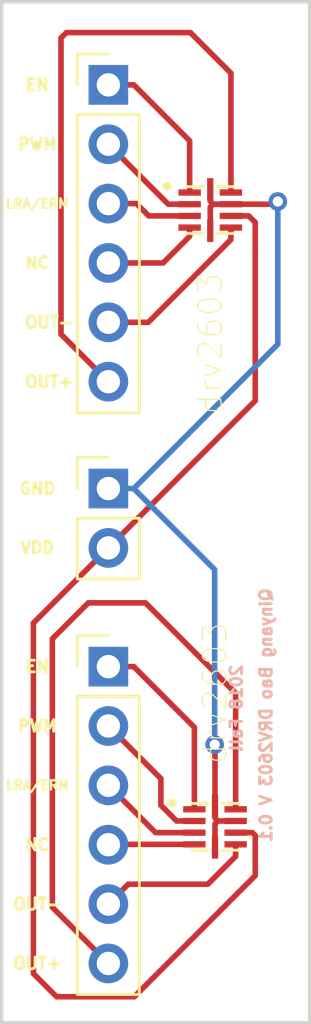
<source format=kicad_pcb>
(kicad_pcb (version 20171130) (host pcbnew "(5.0.0)")

  (general
    (thickness 1.6)
    (drawings 20)
    (tracks 90)
    (zones 0)
    (modules 5)
    (nets 15)
  )

  (page A4)
  (title_block
    (title DRV2603_breakout)
    (date 2018-10-14)
    (rev 0.1)
    (company UW_MME)
    (comment 1 "Break out board for the drv2603 IC")
  )

  (layers
    (0 F.Cu signal)
    (31 B.Cu signal)
    (32 B.Adhes user)
    (33 F.Adhes user)
    (34 B.Paste user)
    (35 F.Paste user)
    (36 B.SilkS user)
    (37 F.SilkS user)
    (38 B.Mask user)
    (39 F.Mask user)
    (40 Dwgs.User user)
    (41 Cmts.User user)
    (42 Eco1.User user)
    (43 Eco2.User user)
    (44 Edge.Cuts user)
    (45 Margin user)
    (46 B.CrtYd user)
    (47 F.CrtYd user)
    (48 B.Fab user)
    (49 F.Fab user)
  )

  (setup
    (last_trace_width 0.24)
    (trace_clearance 0.15)
    (zone_clearance 0.508)
    (zone_45_only no)
    (trace_min 0.2)
    (segment_width 0.2)
    (edge_width 0.15)
    (via_size 0.8)
    (via_drill 0.44)
    (via_min_size 0.4)
    (via_min_drill 0.3)
    (uvia_size 0.24)
    (uvia_drill 0.2)
    (uvias_allowed no)
    (uvia_min_size 0.2)
    (uvia_min_drill 0.1)
    (pcb_text_width 0.3)
    (pcb_text_size 1.5 1.5)
    (mod_edge_width 0.15)
    (mod_text_size 1 1)
    (mod_text_width 0.15)
    (pad_size 0.96 0.27)
    (pad_drill 0)
    (pad_to_mask_clearance 0.085)
    (aux_axis_origin 0 0)
    (visible_elements 7FFFFFFF)
    (pcbplotparams
      (layerselection 0x010f8_ffffffff)
      (usegerberextensions true)
      (usegerberattributes false)
      (usegerberadvancedattributes false)
      (creategerberjobfile false)
      (excludeedgelayer true)
      (linewidth 0.100000)
      (plotframeref false)
      (viasonmask false)
      (mode 1)
      (useauxorigin false)
      (hpglpennumber 1)
      (hpglpenspeed 20)
      (hpglpendiameter 15.000000)
      (psnegative false)
      (psa4output false)
      (plotreference true)
      (plotvalue true)
      (plotinvisibletext false)
      (padsonsilk false)
      (subtractmaskfromsilk false)
      (outputformat 1)
      (mirror false)
      (drillshape 0)
      (scaleselection 1)
      (outputdirectory "GerberV2/"))
  )

  (net 0 "")
  (net 1 /GND)
  (net 2 /VDD)
  (net 3 /EN)
  (net 4 /PWM)
  (net 5 /LRA_ERM)
  (net 6 /NC)
  (net 7 /OUT+)
  (net 8 /OUT-)
  (net 9 /OUT-_2)
  (net 10 /OUT+_2)
  (net 11 /NC_2)
  (net 12 /LRA_ERM_2)
  (net 13 /PWM_2)
  (net 14 /EN_2)

  (net_class Default "This is the default net class."
    (clearance 0.15)
    (trace_width 0.24)
    (via_dia 0.8)
    (via_drill 0.44)
    (uvia_dia 0.24)
    (uvia_drill 0.2)
    (diff_pair_gap 0.24)
    (diff_pair_width 0.24)
    (add_net /EN)
    (add_net /EN_2)
    (add_net /GND)
    (add_net /LRA_ERM)
    (add_net /LRA_ERM_2)
    (add_net /NC)
    (add_net /NC_2)
    (add_net /OUT+)
    (add_net /OUT+_2)
    (add_net /OUT-)
    (add_net /OUT-_2)
    (add_net /PWM)
    (add_net /PWM_2)
    (add_net /VDD)
  )

  (module DRV2603RUNR:QFN50P200X200X80-10N (layer F.Cu) (tedit 5BC394C8) (tstamp 5BDBB3C9)
    (at 155.956 127.758)
    (path /5BC41ABA)
    (attr smd)
    (fp_text reference U2 (at 0.53116 -3.25715) (layer F.SilkS) hide
      (effects (font (size 1.0022 1.0022) (thickness 0.05)))
    )
    (fp_text value drv2603 (at 0 -5.715 90) (layer F.SilkS)
      (effects (font (size 1.0018 1.0018) (thickness 0.05)))
    )
    (fp_circle (center -1.845 -1.02) (end -1.745 -1.02) (layer F.SilkS) (width 0.2))
    (fp_circle (center -1.845 -1.02) (end -1.745 -1.02) (layer Dwgs.User) (width 0.2))
    (fp_line (start 1 1) (end -1 1) (layer Dwgs.User) (width 0.127))
    (fp_line (start 1 -1) (end -1 -1) (layer Dwgs.User) (width 0.127))
    (fp_line (start 1 1) (end 1 -1) (layer Dwgs.User) (width 0.127))
    (fp_line (start -1 1) (end -1 -1) (layer Dwgs.User) (width 0.127))
    (fp_line (start 1 1) (end 0.7 1) (layer F.SilkS) (width 0.127))
    (fp_line (start 0.7 1) (end 0.65 1) (layer F.SilkS) (width 0.127))
    (fp_line (start -1.615 1.615) (end 1.615 1.615) (layer Eco1.User) (width 0.05))
    (fp_line (start -1.615 -1.615) (end 1.615 -1.615) (layer Eco1.User) (width 0.05))
    (fp_line (start -1.615 1.615) (end -1.615 -1.615) (layer Eco1.User) (width 0.05))
    (fp_line (start 1.615 1.615) (end 1.615 -1.615) (layer Eco1.User) (width 0.05))
    (fp_line (start -1 -1) (end -0.3 -1) (layer F.SilkS) (width 0.127))
    (fp_line (start 1 -1) (end 0.3 -1) (layer F.SilkS) (width 0.127))
    (fp_line (start -1 1) (end -0.3 1) (layer F.SilkS) (width 0.127))
    (fp_line (start 0.65 1) (end 0.3 1) (layer F.SilkS) (width 0.127))
    (pad 5 smd rect (at 0 0.885 90) (size 0.96 0.27) (layers F.Cu F.Paste F.Mask)
      (net 1 /GND))
    (pad 10 smd rect (at 0 -0.885 90) (size 0.96 0.27) (layers F.Cu F.Paste F.Mask)
      (net 1 /GND))
    (pad 1 smd rect (at -0.885 -0.75) (size 0.96 0.27) (layers F.Cu F.Paste F.Mask)
      (net 14 /EN_2))
    (pad 2 smd rect (at -0.885 -0.25) (size 0.96 0.27) (layers F.Cu F.Paste F.Mask)
      (net 13 /PWM_2))
    (pad 3 smd rect (at -0.885 0.25) (size 0.96 0.27) (layers F.Cu F.Paste F.Mask)
      (net 12 /LRA_ERM_2))
    (pad 4 smd rect (at -0.885 0.75) (size 0.96 0.27) (layers F.Cu F.Paste F.Mask)
      (net 11 /NC_2))
    (pad 6 smd rect (at 0.885 0.75) (size 0.96 0.27) (layers F.Cu F.Paste F.Mask)
      (net 9 /OUT-_2))
    (pad 7 smd rect (at 0.885 0.25) (size 0.96 0.27) (layers F.Cu F.Paste F.Mask)
      (net 2 /VDD))
    (pad 8 smd rect (at 0.885 -0.25) (size 0.96 0.27) (layers F.Cu F.Paste F.Mask)
      (net 1 /GND))
    (pad 9 smd rect (at 0.885 -0.75) (size 0.96 0.27) (layers F.Cu F.Paste F.Mask)
      (net 10 /OUT+_2))
  )

  (module DRV2603RUNR:QFN50P200X200X80-10N (layer F.Cu) (tedit 5BD0924D) (tstamp 5BD0A147)
    (at 155.7528 101.36886)
    (path /5BC3895B)
    (attr smd)
    (fp_text reference U1 (at 0.53116 -3.25715) (layer F.SilkS) hide
      (effects (font (size 1.0022 1.0022) (thickness 0.05)))
    )
    (fp_text value drv2603 (at 0 5.715 90) (layer F.SilkS)
      (effects (font (size 1.0018 1.0018) (thickness 0.05)))
    )
    (fp_circle (center -1.845 -1.02) (end -1.745 -1.02) (layer F.SilkS) (width 0.2))
    (fp_circle (center -1.845 -1.02) (end -1.745 -1.02) (layer Dwgs.User) (width 0.2))
    (fp_line (start 1 1) (end -1 1) (layer Dwgs.User) (width 0.127))
    (fp_line (start 1 -1) (end -1 -1) (layer Dwgs.User) (width 0.127))
    (fp_line (start 1 1) (end 1 -1) (layer Dwgs.User) (width 0.127))
    (fp_line (start -1 1) (end -1 -1) (layer Dwgs.User) (width 0.127))
    (fp_line (start 1 1) (end 0.7 1) (layer F.SilkS) (width 0.127))
    (fp_line (start 0.7 1) (end 0.65 1) (layer F.SilkS) (width 0.127))
    (fp_line (start -1.615 1.615) (end 1.615 1.615) (layer Eco1.User) (width 0.05))
    (fp_line (start -1.615 -1.615) (end 1.615 -1.615) (layer Eco1.User) (width 0.05))
    (fp_line (start -1.615 1.615) (end -1.615 -1.615) (layer Eco1.User) (width 0.05))
    (fp_line (start 1.615 1.615) (end 1.615 -1.615) (layer Eco1.User) (width 0.05))
    (fp_line (start -1 -1) (end -0.3 -1) (layer F.SilkS) (width 0.127))
    (fp_line (start 1 -1) (end 0.3 -1) (layer F.SilkS) (width 0.127))
    (fp_line (start -1 1) (end -0.3 1) (layer F.SilkS) (width 0.127))
    (fp_line (start 0.65 1) (end 0.3 1) (layer F.SilkS) (width 0.127))
    (pad 5 smd rect (at 0 0.885 90) (size 0.96 0.27) (layers F.Cu F.Paste F.Mask)
      (net 1 /GND))
    (pad 10 smd rect (at 0 -0.885 90) (size 0.96 0.27) (layers F.Cu F.Paste F.Mask)
      (net 1 /GND))
    (pad 1 smd rect (at -0.885 -0.75) (size 0.96 0.27) (layers F.Cu F.Paste F.Mask)
      (net 3 /EN))
    (pad 2 smd rect (at -0.885 -0.25) (size 0.96 0.27) (layers F.Cu F.Paste F.Mask)
      (net 4 /PWM))
    (pad 3 smd rect (at -0.885 0.25) (size 0.96 0.27) (layers F.Cu F.Paste F.Mask)
      (net 5 /LRA_ERM))
    (pad 4 smd rect (at -0.885 0.75) (size 0.96 0.27) (layers F.Cu F.Paste F.Mask)
      (net 6 /NC))
    (pad 6 smd rect (at 0.885 0.75) (size 0.96 0.27) (layers F.Cu F.Paste F.Mask)
      (net 8 /OUT-))
    (pad 7 smd rect (at 0.885 0.25) (size 0.96 0.27) (layers F.Cu F.Paste F.Mask)
      (net 2 /VDD))
    (pad 8 smd rect (at 0.885 -0.25) (size 0.96 0.27) (layers F.Cu F.Paste F.Mask)
      (net 1 /GND))
    (pad 9 smd rect (at 0.885 -0.75) (size 0.96 0.27) (layers F.Cu F.Paste F.Mask)
      (net 7 /OUT+))
  )

  (module Connector_PinHeader_2.54mm:PinHeader_1x06_P2.54mm_Vertical (layer F.Cu) (tedit 5BC394D9) (tstamp 5BDBB38D)
    (at 151.384 120.904)
    (descr "Through hole straight pin header, 1x06, 2.54mm pitch, single row")
    (tags "Through hole pin header THT 1x06 2.54mm single row")
    (path /5BC481F1)
    (fp_text reference J3 (at 0 -2.33) (layer F.SilkS) hide
      (effects (font (size 1 1) (thickness 0.15)))
    )
    (fp_text value Conn_01x06_Male (at 0 15.03) (layer F.Fab) hide
      (effects (font (size 1 1) (thickness 0.15)))
    )
    (fp_line (start -0.635 -1.27) (end 1.27 -1.27) (layer F.Fab) (width 0.1))
    (fp_line (start 1.27 -1.27) (end 1.27 13.97) (layer F.Fab) (width 0.1))
    (fp_line (start 1.27 13.97) (end -1.27 13.97) (layer F.Fab) (width 0.1))
    (fp_line (start -1.27 13.97) (end -1.27 -0.635) (layer F.Fab) (width 0.1))
    (fp_line (start -1.27 -0.635) (end -0.635 -1.27) (layer F.Fab) (width 0.1))
    (fp_line (start -1.33 14.03) (end 1.33 14.03) (layer F.SilkS) (width 0.12))
    (fp_line (start -1.33 1.27) (end -1.33 14.03) (layer F.SilkS) (width 0.12))
    (fp_line (start 1.33 1.27) (end 1.33 14.03) (layer F.SilkS) (width 0.12))
    (fp_line (start -1.33 1.27) (end 1.33 1.27) (layer F.SilkS) (width 0.12))
    (fp_line (start -1.33 0) (end -1.33 -1.33) (layer F.SilkS) (width 0.12))
    (fp_line (start -1.33 -1.33) (end 0 -1.33) (layer F.SilkS) (width 0.12))
    (fp_line (start -1.8 -1.8) (end -1.8 14.5) (layer F.CrtYd) (width 0.05))
    (fp_line (start -1.8 14.5) (end 1.8 14.5) (layer F.CrtYd) (width 0.05))
    (fp_line (start 1.8 14.5) (end 1.8 -1.8) (layer F.CrtYd) (width 0.05))
    (fp_line (start 1.8 -1.8) (end -1.8 -1.8) (layer F.CrtYd) (width 0.05))
    (fp_text user %R (at 0 6.35 90) (layer F.Fab)
      (effects (font (size 1 1) (thickness 0.15)))
    )
    (pad 1 thru_hole rect (at 0 0) (size 1.7 1.7) (drill 1) (layers *.Cu *.Mask)
      (net 14 /EN_2))
    (pad 2 thru_hole oval (at 0 2.54) (size 1.7 1.7) (drill 1) (layers *.Cu *.Mask)
      (net 13 /PWM_2))
    (pad 3 thru_hole oval (at 0 5.08) (size 1.7 1.7) (drill 1) (layers *.Cu *.Mask)
      (net 12 /LRA_ERM_2))
    (pad 4 thru_hole oval (at 0 7.62) (size 1.7 1.7) (drill 1) (layers *.Cu *.Mask)
      (net 11 /NC_2))
    (pad 5 thru_hole oval (at 0 10.16) (size 1.7 1.7) (drill 1) (layers *.Cu *.Mask)
      (net 9 /OUT-_2))
    (pad 6 thru_hole oval (at 0 12.7) (size 1.7 1.7) (drill 1) (layers *.Cu *.Mask)
      (net 10 /OUT+_2))
    (model ${KISYS3DMOD}/Connector_PinHeader_2.54mm.3dshapes/PinHeader_1x06_P2.54mm_Vertical.wrl
      (at (xyz 0 0 0))
      (scale (xyz 1 1 1))
      (rotate (xyz 0 0 0))
    )
  )

  (module Connector_PinHeader_2.54mm:PinHeader_1x02_P2.54mm_Vertical (layer F.Cu) (tedit 5BC394DD) (tstamp 5BDBDEAA)
    (at 151.384 113.284)
    (descr "Through hole straight pin header, 1x02, 2.54mm pitch, single row")
    (tags "Through hole pin header THT 1x02 2.54mm single row")
    (path /5BC3E102)
    (fp_text reference J1 (at 0 -2.33) (layer F.SilkS) hide
      (effects (font (size 1 1) (thickness 0.15)))
    )
    (fp_text value Conn_01x02_Male (at 0 4.87) (layer F.Fab) hide
      (effects (font (size 1 1) (thickness 0.15)))
    )
    (fp_line (start -0.635 -1.27) (end 1.27 -1.27) (layer F.Fab) (width 0.1))
    (fp_line (start 1.27 -1.27) (end 1.27 3.81) (layer F.Fab) (width 0.1))
    (fp_line (start 1.27 3.81) (end -1.27 3.81) (layer F.Fab) (width 0.1))
    (fp_line (start -1.27 3.81) (end -1.27 -0.635) (layer F.Fab) (width 0.1))
    (fp_line (start -1.27 -0.635) (end -0.635 -1.27) (layer F.Fab) (width 0.1))
    (fp_line (start -1.33 3.87) (end 1.33 3.87) (layer F.SilkS) (width 0.12))
    (fp_line (start -1.33 1.27) (end -1.33 3.87) (layer F.SilkS) (width 0.12))
    (fp_line (start 1.33 1.27) (end 1.33 3.87) (layer F.SilkS) (width 0.12))
    (fp_line (start -1.33 1.27) (end 1.33 1.27) (layer F.SilkS) (width 0.12))
    (fp_line (start -1.33 0) (end -1.33 -1.33) (layer F.SilkS) (width 0.12))
    (fp_line (start -1.33 -1.33) (end 0 -1.33) (layer F.SilkS) (width 0.12))
    (fp_line (start -1.8 -1.8) (end -1.8 4.35) (layer F.CrtYd) (width 0.05))
    (fp_line (start -1.8 4.35) (end 1.8 4.35) (layer F.CrtYd) (width 0.05))
    (fp_line (start 1.8 4.35) (end 1.8 -1.8) (layer F.CrtYd) (width 0.05))
    (fp_line (start 1.8 -1.8) (end -1.8 -1.8) (layer F.CrtYd) (width 0.05))
    (fp_text user %R (at 0 1.27 90) (layer F.Fab)
      (effects (font (size 1 1) (thickness 0.15)))
    )
    (pad 1 thru_hole rect (at 0 0) (size 1.7 1.7) (drill 1) (layers *.Cu *.Mask)
      (net 1 /GND))
    (pad 2 thru_hole oval (at 0 2.54) (size 1.7 1.7) (drill 1) (layers *.Cu *.Mask)
      (net 2 /VDD))
    (model ${KISYS3DMOD}/Connector_PinHeader_2.54mm.3dshapes/PinHeader_1x02_P2.54mm_Vertical.wrl
      (at (xyz 0 0 0))
      (scale (xyz 1 1 1))
      (rotate (xyz 0 0 0))
    )
  )

  (module Connector_PinHeader_2.54mm:PinHeader_1x06_P2.54mm_Vertical (layer F.Cu) (tedit 5BC394D3) (tstamp 5BDBE06F)
    (at 151.384 96.012)
    (descr "Through hole straight pin header, 1x06, 2.54mm pitch, single row")
    (tags "Through hole pin header THT 1x06 2.54mm single row")
    (path /5BC38CDF)
    (fp_text reference J2 (at 0 -2.33) (layer F.SilkS) hide
      (effects (font (size 1 1) (thickness 0.15)))
    )
    (fp_text value Conn_01x06_Male (at 0 15.03) (layer F.Fab) hide
      (effects (font (size 1 1) (thickness 0.15)))
    )
    (fp_line (start -0.635 -1.27) (end 1.27 -1.27) (layer F.Fab) (width 0.1))
    (fp_line (start 1.27 -1.27) (end 1.27 13.97) (layer F.Fab) (width 0.1))
    (fp_line (start 1.27 13.97) (end -1.27 13.97) (layer F.Fab) (width 0.1))
    (fp_line (start -1.27 13.97) (end -1.27 -0.635) (layer F.Fab) (width 0.1))
    (fp_line (start -1.27 -0.635) (end -0.635 -1.27) (layer F.Fab) (width 0.1))
    (fp_line (start -1.33 14.03) (end 1.33 14.03) (layer F.SilkS) (width 0.12))
    (fp_line (start -1.33 1.27) (end -1.33 14.03) (layer F.SilkS) (width 0.12))
    (fp_line (start 1.33 1.27) (end 1.33 14.03) (layer F.SilkS) (width 0.12))
    (fp_line (start -1.33 1.27) (end 1.33 1.27) (layer F.SilkS) (width 0.12))
    (fp_line (start -1.33 0) (end -1.33 -1.33) (layer F.SilkS) (width 0.12))
    (fp_line (start -1.33 -1.33) (end 0 -1.33) (layer F.SilkS) (width 0.12))
    (fp_line (start -1.8 -1.8) (end -1.8 14.5) (layer F.CrtYd) (width 0.05))
    (fp_line (start -1.8 14.5) (end 1.8 14.5) (layer F.CrtYd) (width 0.05))
    (fp_line (start 1.8 14.5) (end 1.8 -1.8) (layer F.CrtYd) (width 0.05))
    (fp_line (start 1.8 -1.8) (end -1.8 -1.8) (layer F.CrtYd) (width 0.05))
    (fp_text user %R (at 0 6.35 90) (layer F.Fab)
      (effects (font (size 1 1) (thickness 0.15)))
    )
    (pad 1 thru_hole rect (at 0 0) (size 1.7 1.7) (drill 1) (layers *.Cu *.Mask)
      (net 3 /EN))
    (pad 2 thru_hole oval (at 0 2.54) (size 1.7 1.7) (drill 1) (layers *.Cu *.Mask)
      (net 4 /PWM))
    (pad 3 thru_hole oval (at 0 5.08) (size 1.7 1.7) (drill 1) (layers *.Cu *.Mask)
      (net 5 /LRA_ERM))
    (pad 4 thru_hole oval (at 0 7.62) (size 1.7 1.7) (drill 1) (layers *.Cu *.Mask)
      (net 6 /NC))
    (pad 5 thru_hole oval (at 0 10.16) (size 1.7 1.7) (drill 1) (layers *.Cu *.Mask)
      (net 8 /OUT-))
    (pad 6 thru_hole oval (at 0 12.7) (size 1.7 1.7) (drill 1) (layers *.Cu *.Mask)
      (net 7 /OUT+))
    (model ${KISYS3DMOD}/Connector_PinHeader_2.54mm.3dshapes/PinHeader_1x06_P2.54mm_Vertical.wrl
      (at (xyz 0 0 0))
      (scale (xyz 1 1 1))
      (rotate (xyz 0 0 0))
    )
  )

  (gr_text "Qinyang Bao DRV2603 V 0.1" (at 158.1404 122.9868 90) (layer B.SilkS)
    (effects (font (size 0.5 0.5) (thickness 0.125)) (justify mirror))
  )
  (gr_text "2018 Fall" (at 156.8704 122.682 90) (layer B.SilkS)
    (effects (font (size 0.5 0.5) (thickness 0.125)) (justify mirror))
  )
  (gr_text OUT+ (at 148.336 133.604) (layer F.SilkS) (tstamp 5BE8075A)
    (effects (font (size 0.5 0.5) (thickness 0.125)))
  )
  (gr_text OUT- (at 148.336 131.064) (layer F.SilkS) (tstamp 5BE8075A)
    (effects (font (size 0.5 0.5) (thickness 0.125)))
  )
  (gr_text NC (at 148.336 128.524) (layer F.SilkS) (tstamp 5BE8075A)
    (effects (font (size 0.5 0.5) (thickness 0.125)))
  )
  (gr_text LRA/ERM (at 148.336 125.984) (layer F.SilkS) (tstamp 5BE8075A)
    (effects (font (size 0.4 0.4) (thickness 0.1)))
  )
  (gr_text PWM (at 148.336 123.444) (layer F.SilkS) (tstamp 5BE8075A)
    (effects (font (size 0.5 0.5) (thickness 0.125)))
  )
  (gr_text EN (at 148.336 120.904) (layer F.SilkS) (tstamp 5BE8075A)
    (effects (font (size 0.5 0.5) (thickness 0.125)))
  )
  (gr_text VDD (at 148.336 115.824) (layer F.SilkS) (tstamp 5BE8075A)
    (effects (font (size 0.5 0.5) (thickness 0.125)))
  )
  (gr_text "GND\n" (at 148.336 113.284) (layer F.SilkS) (tstamp 5BE8075A)
    (effects (font (size 0.5 0.5) (thickness 0.125)))
  )
  (gr_text OUT+ (at 148.844 108.712) (layer F.SilkS) (tstamp 5BE80746)
    (effects (font (size 0.5 0.5) (thickness 0.125)))
  )
  (gr_text OUT- (at 148.844 106.172) (layer F.SilkS) (tstamp 5BE80746)
    (effects (font (size 0.5 0.5) (thickness 0.125)))
  )
  (gr_text "NC\n" (at 148.336 103.632) (layer F.SilkS) (tstamp 5BE80746)
    (effects (font (size 0.5 0.5) (thickness 0.125)))
  )
  (gr_text LRA/ERM (at 148.336 101.092) (layer F.SilkS)
    (effects (font (size 0.4 0.4) (thickness 0.1)))
  )
  (gr_text PWM (at 148.336 98.552) (layer F.SilkS)
    (effects (font (size 0.5 0.5) (thickness 0.125)))
  )
  (gr_text EN (at 148.336 96.012) (layer F.SilkS)
    (effects (font (size 0.5 0.5) (thickness 0.125)))
  )
  (gr_line (start 160.02 92.456) (end 160.02 136.144) (layer Edge.Cuts) (width 0.15))
  (gr_line (start 146.812 92.456) (end 160.02 92.456) (layer Edge.Cuts) (width 0.15))
  (gr_line (start 146.812 136.144) (end 146.812 92.456) (layer Edge.Cuts) (width 0.15))
  (gr_line (start 160.02 136.144) (end 146.812 136.144) (layer Edge.Cuts) (width 0.15))

  (via (at 158.6484 101.0031) (size 0.8) (drill 0.44) (layers F.Cu B.Cu) (net 1))
  (segment (start 158.6484 101.0031) (end 158.371389 101.0031) (width 0.24) (layer F.Cu) (net 1))
  (segment (start 156.6378 101.11886) (end 157.07976 101.11886) (width 0.24) (layer F.Cu) (net 1))
  (segment (start 157.07976 101.11886) (end 157.084759 101.113861) (width 0.24) (layer F.Cu) (net 1))
  (segment (start 155.7528 101.240858) (end 155.874798 101.11886) (width 0.24) (layer F.Cu) (net 1))
  (segment (start 155.7528 102.25386) (end 155.7528 101.240858) (width 0.24) (layer F.Cu) (net 1))
  (segment (start 155.9178 101.11886) (end 156.6378 101.11886) (width 0.24) (layer F.Cu) (net 1))
  (segment (start 155.874798 101.11886) (end 155.9178 101.11886) (width 0.24) (layer F.Cu) (net 1))
  (segment (start 155.7528 100.996862) (end 155.874798 101.11886) (width 0.24) (layer F.Cu) (net 1))
  (segment (start 155.7528 100.48386) (end 155.7528 100.996862) (width 0.24) (layer F.Cu) (net 1))
  (segment (start 155.956 127.386002) (end 156.077998 127.508) (width 0.24) (layer F.Cu) (net 1))
  (segment (start 155.956 126.873) (end 155.956 127.386002) (width 0.24) (layer F.Cu) (net 1))
  (segment (start 156.077998 127.508) (end 156.121 127.508) (width 0.24) (layer F.Cu) (net 1))
  (segment (start 155.956 128.643) (end 155.956 127.629998) (width 0.24) (layer F.Cu) (net 1))
  (segment (start 158.53264 101.11886) (end 158.6484 101.0031) (width 0.24) (layer F.Cu) (net 1))
  (segment (start 156.6378 101.11886) (end 158.53264 101.11886) (width 0.24) (layer F.Cu) (net 1))
  (segment (start 156.077998 127.508) (end 155.956 127.629998) (width 0.24) (layer F.Cu) (net 1))
  (segment (start 156.841 127.508) (end 156.077998 127.508) (width 0.24) (layer F.Cu) (net 1))
  (segment (start 155.94076 124.24156) (end 155.94076 124.12726) (width 0.24) (layer F.Cu) (net 1) (tstamp 5BEEE8B3))
  (via (at 155.94076 124.24156) (size 0.8) (drill 0.44) (layers F.Cu B.Cu) (net 1))
  (segment (start 155.94076 123.675875) (end 155.94076 124.24156) (width 0.24) (layer B.Cu) (net 1))
  (segment (start 155.94076 116.75076) (end 155.94076 123.675875) (width 0.24) (layer B.Cu) (net 1))
  (segment (start 152.474 113.284) (end 155.94076 116.75076) (width 0.24) (layer B.Cu) (net 1))
  (segment (start 155.956 124.2568) (end 155.94076 124.24156) (width 0.24) (layer F.Cu) (net 1))
  (segment (start 155.956 126.873) (end 155.956 124.2568) (width 0.24) (layer F.Cu) (net 1))
  (segment (start 152.474 113.284) (end 151.384 113.284) (width 0.24) (layer B.Cu) (net 1))
  (segment (start 158.6484 107.1096) (end 152.474 113.284) (width 0.24) (layer B.Cu) (net 1))
  (segment (start 158.6484 101.0031) (end 158.6484 107.1096) (width 0.24) (layer B.Cu) (net 1))
  (segment (start 152.233999 114.974001) (end 151.384 115.824) (width 0.24) (layer F.Cu) (net 2))
  (segment (start 157.681001 109.526999) (end 152.233999 114.974001) (width 0.24) (layer F.Cu) (net 2))
  (segment (start 157.681001 101.899059) (end 157.681001 103.35768) (width 0.24) (layer F.Cu) (net 2))
  (segment (start 157.400802 101.61886) (end 157.681001 101.899059) (width 0.24) (layer F.Cu) (net 2))
  (segment (start 156.6378 101.61886) (end 157.400802 101.61886) (width 0.24) (layer F.Cu) (net 2))
  (segment (start 157.681001 102.986001) (end 157.681001 103.35768) (width 0.24) (layer F.Cu) (net 2))
  (segment (start 157.681001 103.35768) (end 157.681001 109.526999) (width 0.24) (layer F.Cu) (net 2))
  (segment (start 157.561 128.008) (end 157.681001 128.128001) (width 0.24) (layer F.Cu) (net 2))
  (segment (start 156.841 128.008) (end 157.561 128.008) (width 0.24) (layer F.Cu) (net 2))
  (segment (start 157.681001 128.128001) (end 157.681001 129.844459) (width 0.24) (layer F.Cu) (net 2))
  (segment (start 157.681001 129.844459) (end 152.49652 135.02894) (width 0.24) (layer F.Cu) (net 2))
  (segment (start 152.49652 135.02894) (end 149.1615 135.02894) (width 0.24) (layer F.Cu) (net 2))
  (segment (start 149.1615 135.02894) (end 148.16836 134.0358) (width 0.24) (layer F.Cu) (net 2))
  (segment (start 148.16836 119.03964) (end 151.384 115.824) (width 0.24) (layer F.Cu) (net 2))
  (segment (start 148.16836 134.0358) (end 148.16836 119.03964) (width 0.24) (layer F.Cu) (net 2))
  (segment (start 154.8678 100.24386) (end 154.8678 100.61886) (width 0.24) (layer F.Cu) (net 3))
  (segment (start 154.8678 98.4058) (end 154.8678 100.24386) (width 0.24) (layer F.Cu) (net 3))
  (segment (start 152.474 96.012) (end 154.8678 98.4058) (width 0.24) (layer F.Cu) (net 3))
  (segment (start 151.384 96.012) (end 152.474 96.012) (width 0.24) (layer F.Cu) (net 3))
  (segment (start 153.95086 101.11886) (end 154.8678 101.11886) (width 0.24) (layer F.Cu) (net 4))
  (segment (start 151.384 98.552) (end 153.95086 101.11886) (width 0.24) (layer F.Cu) (net 4))
  (segment (start 153.112941 101.61886) (end 155.12396 101.61886) (width 0.24) (layer F.Cu) (net 5))
  (segment (start 151.384 101.092) (end 152.586081 101.092) (width 0.24) (layer F.Cu) (net 5))
  (segment (start 152.586081 101.092) (end 153.112941 101.61886) (width 0.24) (layer F.Cu) (net 5))
  (segment (start 154.8678 102.49386) (end 154.8678 102.11886) (width 0.24) (layer F.Cu) (net 6))
  (segment (start 153.72966 103.632) (end 154.8678 102.49386) (width 0.24) (layer F.Cu) (net 6))
  (segment (start 151.384 103.632) (end 153.72966 103.632) (width 0.24) (layer F.Cu) (net 6))
  (segment (start 149.352 106.68) (end 149.352 94.00794) (width 0.24) (layer F.Cu) (net 7))
  (segment (start 149.352 94.00794) (end 149.58314 93.7768) (width 0.24) (layer F.Cu) (net 7))
  (segment (start 151.384 108.712) (end 149.352 106.68) (width 0.24) (layer F.Cu) (net 7))
  (segment (start 156.6378 95.5127) (end 154.9019 93.7768) (width 0.24) (layer F.Cu) (net 7))
  (segment (start 156.6378 100.61886) (end 156.6378 95.5127) (width 0.24) (layer F.Cu) (net 7))
  (segment (start 149.58314 93.7768) (end 154.9019 93.7768) (width 0.24) (layer F.Cu) (net 7))
  (segment (start 156.6378 102.49386) (end 156.6378 102.11886) (width 0.24) (layer F.Cu) (net 8))
  (segment (start 156.6378 102.631862) (end 156.6378 102.49386) (width 0.24) (layer F.Cu) (net 8))
  (segment (start 153.097662 106.172) (end 156.6378 102.631862) (width 0.24) (layer F.Cu) (net 8))
  (segment (start 151.384 106.172) (end 153.097662 106.172) (width 0.24) (layer F.Cu) (net 8))
  (segment (start 156.841 128.883) (end 156.841 128.508) (width 0.24) (layer F.Cu) (net 9))
  (segment (start 156.841 129.021002) (end 156.841 128.883) (width 0.24) (layer F.Cu) (net 9))
  (segment (start 155.648001 130.214001) (end 156.841 129.021002) (width 0.24) (layer F.Cu) (net 9))
  (segment (start 152.233999 130.214001) (end 155.648001 130.214001) (width 0.24) (layer F.Cu) (net 9))
  (segment (start 151.384 131.064) (end 152.233999 130.214001) (width 0.24) (layer F.Cu) (net 9))
  (segment (start 156.841 127.008) (end 156.841 122.04046) (width 0.24) (layer F.Cu) (net 10))
  (segment (start 152.97658 118.17604) (end 150.52294 118.17604) (width 0.24) (layer F.Cu) (net 10))
  (segment (start 156.841 122.04046) (end 152.97658 118.17604) (width 0.24) (layer F.Cu) (net 10))
  (segment (start 150.52294 118.17604) (end 148.98116 119.71782) (width 0.24) (layer F.Cu) (net 10))
  (segment (start 148.98116 131.20116) (end 151.384 133.604) (width 0.24) (layer F.Cu) (net 10))
  (segment (start 148.98116 119.71782) (end 148.98116 131.20116) (width 0.24) (layer F.Cu) (net 10))
  (segment (start 155.055 128.524) (end 155.071 128.508) (width 0.24) (layer F.Cu) (net 11))
  (segment (start 151.4 128.508) (end 151.384 128.524) (width 0.24) (layer F.Cu) (net 11))
  (segment (start 155.071 128.508) (end 151.4 128.508) (width 0.24) (layer F.Cu) (net 11))
  (segment (start 153.408 128.008) (end 155.071 128.008) (width 0.24) (layer F.Cu) (net 12))
  (segment (start 151.384 125.984) (end 153.408 128.008) (width 0.24) (layer F.Cu) (net 12))
  (segment (start 151.384 123.444) (end 153.63444 125.69444) (width 0.24) (layer F.Cu) (net 13))
  (segment (start 154.351 127.508) (end 155.071 127.508) (width 0.24) (layer F.Cu) (net 13))
  (segment (start 154.307998 127.508) (end 154.351 127.508) (width 0.24) (layer F.Cu) (net 13))
  (segment (start 153.63444 126.834442) (end 154.307998 127.508) (width 0.24) (layer F.Cu) (net 13))
  (segment (start 153.63444 125.69444) (end 153.63444 126.834442) (width 0.24) (layer F.Cu) (net 13))
  (segment (start 152.474 120.904) (end 154.94 123.37) (width 0.24) (layer F.Cu) (net 14))
  (segment (start 151.384 120.904) (end 152.474 120.904) (width 0.24) (layer F.Cu) (net 14))
  (segment (start 154.94 123.37) (end 155.071 123.501) (width 0.24) (layer F.Cu) (net 14))
  (segment (start 155.071 123.501) (end 155.071 127.012999) (width 0.24) (layer F.Cu) (net 14))

)

</source>
